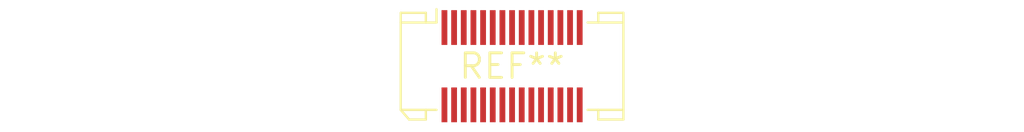
<source format=kicad_pcb>
(kicad_pcb (version 20240108) (generator pcbnew)
  (layers (0 "F.Cu" signal) (31 "B.Cu" signal) (34 "B.Paste" user) (35 "F.Paste" user) (36 "B.SilkS" user "B.Silkscreen") (37 "F.SilkS" user "F.Silkscreen") (38 "B.Mask" user) (39 "F.Mask" user) (44 "Edge.Cuts" user))
  (net 0 "")
  (footprint "Molex_SlimStack_52991-0308_2x15_P0.50mm_Vertical" (layer "F.Cu") (at 0 0)
    (property "Reference" "REF**")
    (property "Value" "Molex_SlimStack_52991-0308_2x15_P0.50mm_Vertical")
    (fp_line (start -5.76 -2.76) (end -4.46 -2.76) (layer "F.SilkS") (stroke (width 0.12)))
    (fp_line (start -5.76 -2.26) (end -5.76 -2.76) (layer "F.SilkS") (stroke (width 0.12)))
    (fp_line (start -5.76 -2.26) (end -3.91 -2.26) (layer "F.SilkS") (stroke (width 0.12)))
    (fp_line (start -5.76 2.26) (end -5.76 -2.26) (layer "F.SilkS") (stroke (width 0.12)))
    (fp_line (start -5.76 2.26) (end -5.326667 2.76) (layer "F.SilkS") (stroke (width 0.12)))
    (fp_line (start -5.326667 2.76) (end -4.46 2.76) (layer "F.SilkS") (stroke (width 0.12)))
    (fp_line (start -4.46 -2.76) (end -4.46 -2.26) (layer "F.SilkS") (stroke (width 0.12)))
    (fp_line (start -4.46 2.76) (end -4.46 2.26) (layer "F.SilkS") (stroke (width 0.12)))
    (fp_line (start -3.91 -2.26) (end -3.91 -2.95) (layer "F.SilkS") (stroke (width 0.12)))
    (fp_line (start -3.91 2.26) (end -5.76 2.26) (layer "F.SilkS") (stroke (width 0.12)))
    (fp_line (start 3.91 2.26) (end 5.76 2.26) (layer "F.SilkS") (stroke (width 0.12)))
    (fp_line (start 4.46 -2.76) (end 4.46 -2.26) (layer "F.SilkS") (stroke (width 0.12)))
    (fp_line (start 4.46 2.76) (end 4.46 2.26) (layer "F.SilkS") (stroke (width 0.12)))
    (fp_line (start 5.76 -2.76) (end 4.46 -2.76) (layer "F.SilkS") (stroke (width 0.12)))
    (fp_line (start 5.76 -2.26) (end 3.91 -2.26) (layer "F.SilkS") (stroke (width 0.12)))
    (fp_line (start 5.76 -2.26) (end 5.76 -2.76) (layer "F.SilkS") (stroke (width 0.12)))
    (fp_line (start 5.76 2.26) (end 5.76 -2.26) (layer "F.SilkS") (stroke (width 0.12)))
    (fp_line (start 5.76 2.26) (end 5.76 2.76) (layer "F.SilkS") (stroke (width 0.12)))
    (fp_line (start 5.76 2.76) (end 4.46 2.76) (layer "F.SilkS") (stroke (width 0.12)))
    (pad "1" smd rect (at -3.5 -2) (size 0.3 1.8) (layers "F.Cu" "F.Paste" "F.Mask"))
    (pad "2" smd rect (at -3.5 2) (size 0.3 1.8) (layers "F.Cu" "F.Paste" "F.Mask"))
    (pad "3" smd rect (at -3 -2) (size 0.3 1.8) (layers "F.Cu" "F.Paste" "F.Mask"))
    (pad "4" smd rect (at -3 2) (size 0.3 1.8) (layers "F.Cu" "F.Paste" "F.Mask"))
    (pad "5" smd rect (at -2.5 -2) (size 0.3 1.8) (layers "F.Cu" "F.Paste" "F.Mask"))
    (pad "6" smd rect (at -2.5 2) (size 0.3 1.8) (layers "F.Cu" "F.Paste" "F.Mask"))
    (pad "7" smd rect (at -2 -2) (size 0.3 1.8) (layers "F.Cu" "F.Paste" "F.Mask"))
    (pad "8" smd rect (at -2 2) (size 0.3 1.8) (layers "F.Cu" "F.Paste" "F.Mask"))
    (pad "9" smd rect (at -1.5 -2) (size 0.3 1.8) (layers "F.Cu" "F.Paste" "F.Mask"))
    (pad "10" smd rect (at -1.5 2) (size 0.3 1.8) (layers "F.Cu" "F.Paste" "F.Mask"))
    (pad "11" smd rect (at -1 -2) (size 0.3 1.8) (layers "F.Cu" "F.Paste" "F.Mask"))
    (pad "12" smd rect (at -1 2) (size 0.3 1.8) (layers "F.Cu" "F.Paste" "F.Mask"))
    (pad "13" smd rect (at -0.5 -2) (size 0.3 1.8) (layers "F.Cu" "F.Paste" "F.Mask"))
    (pad "14" smd rect (at -0.5 2) (size 0.3 1.8) (layers "F.Cu" "F.Paste" "F.Mask"))
    (pad "15" smd rect (at 0 -2) (size 0.3 1.8) (layers "F.Cu" "F.Paste" "F.Mask"))
    (pad "16" smd rect (at 0 2) (size 0.3 1.8) (layers "F.Cu" "F.Paste" "F.Mask"))
    (pad "17" smd rect (at 0.5 -2) (size 0.3 1.8) (layers "F.Cu" "F.Paste" "F.Mask"))
    (pad "18" smd rect (at 0.5 2) (size 0.3 1.8) (layers "F.Cu" "F.Paste" "F.Mask"))
    (pad "19" smd rect (at 1 -2) (size 0.3 1.8) (layers "F.Cu" "F.Paste" "F.Mask"))
    (pad "20" smd rect (at 1 2) (size 0.3 1.8) (layers "F.Cu" "F.Paste" "F.Mask"))
    (pad "21" smd rect (at 1.5 -2) (size 0.3 1.8) (layers "F.Cu" "F.Paste" "F.Mask"))
    (pad "22" smd rect (at 1.5 2) (size 0.3 1.8) (layers "F.Cu" "F.Paste" "F.Mask"))
    (pad "23" smd rect (at 2 -2) (size 0.3 1.8) (layers "F.Cu" "F.Paste" "F.Mask"))
    (pad "24" smd rect (at 2 2) (size 0.3 1.8) (layers "F.Cu" "F.Paste" "F.Mask"))
    (pad "25" smd rect (at 2.5 -2) (size 0.3 1.8) (layers "F.Cu" "F.Paste" "F.Mask"))
    (pad "26" smd rect (at 2.5 2) (size 0.3 1.8) (layers "F.Cu" "F.Paste" "F.Mask"))
    (pad "27" smd rect (at 3 -2) (size 0.3 1.8) (layers "F.Cu" "F.Paste" "F.Mask"))
    (pad "28" smd rect (at 3 2) (size 0.3 1.8) (layers "F.Cu" "F.Paste" "F.Mask"))
    (pad "29" smd rect (at 3.5 -2) (size 0.3 1.8) (layers "F.Cu" "F.Paste" "F.Mask"))
    (pad "30" smd rect (at 3.5 2) (size 0.3 1.8) (layers "F.Cu" "F.Paste" "F.Mask"))
  )
)
</source>
